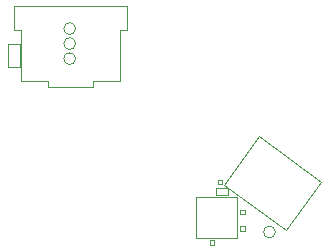
<source format=gbr>
%TF.GenerationSoftware,KiCad,Pcbnew,7.0.8*%
%TF.CreationDate,2024-02-20T09:55:18-08:00*%
%TF.ProjectId,adapter-encoder-pcb,61646170-7465-4722-9d65-6e636f646572,rev?*%
%TF.SameCoordinates,PX8db6561PY6e74585*%
%TF.FileFunction,Other,User*%
%FSLAX46Y46*%
G04 Gerber Fmt 4.6, Leading zero omitted, Abs format (unit mm)*
G04 Created by KiCad (PCBNEW 7.0.8) date 2024-02-20 09:55:18*
%MOMM*%
%LPD*%
G01*
G04 APERTURE LIST*
%ADD10C,0.050000*%
%ADD11C,0.120000*%
G04 APERTURE END LIST*
D10*
%TO.C,M1*%
X-16700000Y10541000D02*
G75*
G03*
X-16700000Y10541000I-500000J0D01*
G01*
%TO.C,M3*%
X-16690000Y11810000D02*
G75*
G03*
X-16690000Y11810000I-500000J0D01*
G01*
%TO.C,M6*%
X220000Y-4140000D02*
G75*
G03*
X220000Y-4140000I-500000J0D01*
G01*
%TO.C,C4*%
X-2350000Y-3620000D02*
X-2750000Y-3620000D01*
X-2750000Y-3620000D02*
X-2750000Y-4020000D01*
X-2750000Y-4020000D02*
X-2350000Y-4020000D01*
X-2350000Y-4020000D02*
X-2350000Y-3620000D01*
%TO.C,C3*%
X-4670000Y290000D02*
X-4270000Y290000D01*
X-4270000Y290000D02*
X-4270000Y-110000D01*
X-4270000Y-110000D02*
X-4670000Y-110000D01*
X-4670000Y-110000D02*
X-4670000Y290000D01*
%TO.C,C1*%
X-4820000Y-390000D02*
X-3820000Y-390000D01*
X-3820000Y-390000D02*
X-3820000Y-990000D01*
X-3820000Y-990000D02*
X-4820000Y-990000D01*
X-4820000Y-990000D02*
X-4820000Y-390000D01*
%TO.C,M2*%
X-16690000Y13080000D02*
G75*
G03*
X-16690000Y13080000I-500000J0D01*
G01*
%TO.C,C5*%
X-4950000Y-5220000D02*
X-5350000Y-5220000D01*
X-5350000Y-5220000D02*
X-5350000Y-4820000D01*
X-5350000Y-4820000D02*
X-4950000Y-4820000D01*
X-4950000Y-4820000D02*
X-4950000Y-5220000D01*
%TO.C,F1*%
X-21400000Y11800000D02*
X-22400000Y11800000D01*
X-22400000Y11800000D02*
X-22400000Y9800000D01*
X-22400000Y9800000D02*
X-21400000Y9800000D01*
X-21400000Y9800000D02*
X-21400000Y11800000D01*
%TO.C,U2*%
X-6500000Y-4650000D02*
X-6500000Y-1150000D01*
X-3000000Y-4650000D02*
X-6500000Y-4650000D01*
X-6500000Y-1150000D02*
X-3000000Y-1150000D01*
X-3000000Y-1150000D02*
X-3000000Y-4650000D01*
%TO.C,C2*%
X-2750000Y-2640000D02*
X-2350000Y-2640000D01*
X-2350000Y-2640000D02*
X-2350000Y-2240000D01*
X-2350000Y-2240000D02*
X-2750000Y-2240000D01*
X-2750000Y-2240000D02*
X-2750000Y-2640000D01*
D11*
%TO.C,U1*%
X-1180068Y3947539D02*
X4098768Y112240D01*
X4098768Y112240D02*
X1130453Y-3973295D01*
X1130453Y-3973295D02*
X-4148383Y-137997D01*
X-4148383Y-137997D02*
X-1180068Y3947539D01*
D10*
%TO.C,U4*%
X-21900000Y14950000D02*
X-21900000Y12950000D01*
X-21900000Y12950000D02*
X-21300000Y12950000D01*
X-21300000Y12950000D02*
X-21300000Y8650000D01*
X-21300000Y8650000D02*
X-19000000Y8650000D01*
X-19000000Y8650000D02*
X-19000000Y8150000D01*
X-19000000Y8150000D02*
X-15200000Y8150000D01*
X-15200000Y8650000D02*
X-12900000Y8650000D01*
X-15200000Y8150000D02*
X-15200000Y8650000D01*
X-12900000Y12950000D02*
X-12300000Y12950000D01*
X-12900000Y8650000D02*
X-12900000Y12950000D01*
X-12300000Y14950000D02*
X-21900000Y14950000D01*
X-12300000Y12950000D02*
X-12300000Y14950000D01*
%TD*%
M02*

</source>
